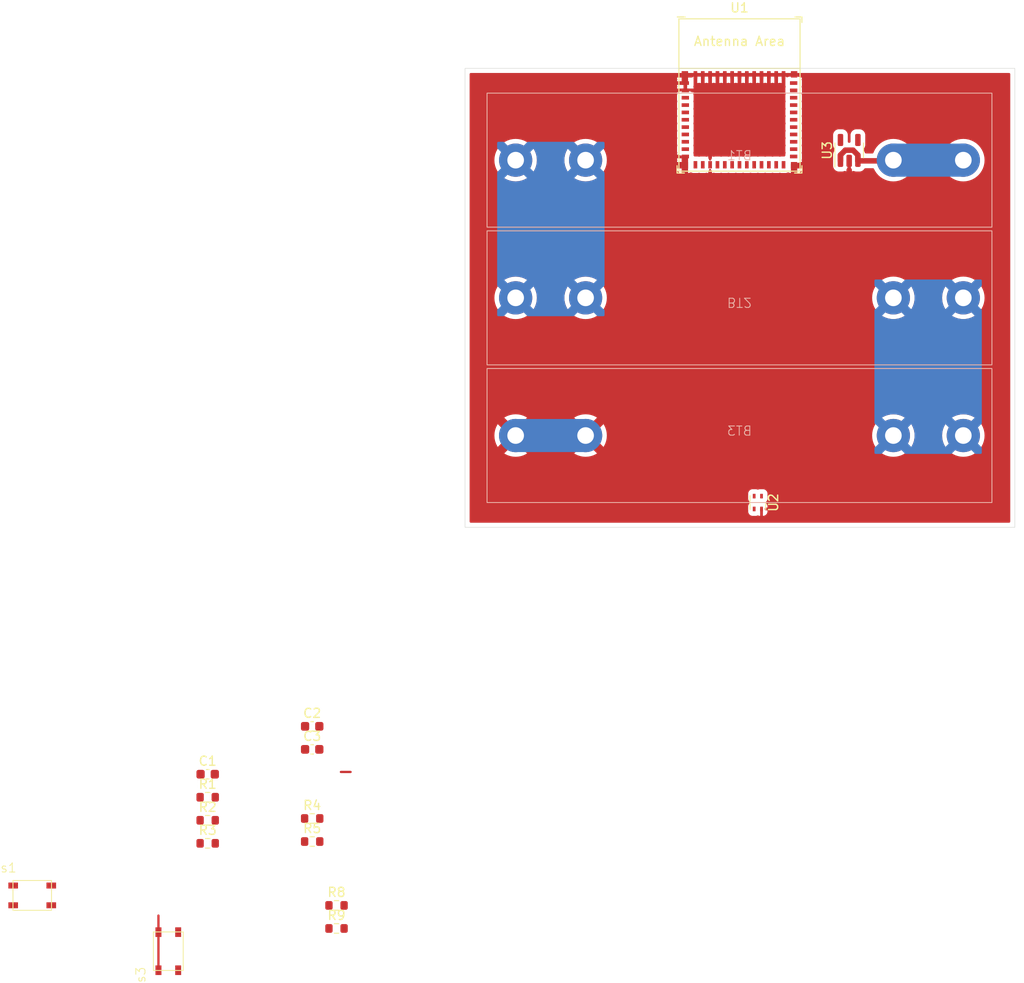
<source format=kicad_pcb>
(kicad_pcb (version 20221018) (generator pcbnew)
  (title_block (title "Home Assitant Temp Sensor") (date "2023-08-28") (rev "A"))
  (layers (0 "F.Cu" signal) (31 "B.Cu" signal) (34 "B.Paste" user) (35 "F.Paste" user) (36 "B.SilkS" user "B.Silkscreen") (37 "F.SilkS" user "F.Silkscreen") (38 "B.Mask" user) (39 "F.Mask" user) (44 "Edge.Cuts" user))
  (net 0 "")
  (net 1 "Net-(U1-EN{slash}CHIP_PU)")
  (net 2 "GND")
  (net 3 "+3V3")
  (net 4 "Net-(U1-GPIO2{slash}ADC1_CH2)")
  (net 5 "Net-(U1-GPIO8)")
  (net 18 "SCL")
  (net 19 "SDA")
  (net 20 "Net-(U1-GPIO9)")
  (net 23 "+3V8")
  (net 24 "Net-(BT1--)")
  (net 33 "Net-(BT2--)")
  (net 34 "Net-(USB-C1-CC2)")
  (net 35 "Net-(USB-C1-CC1)")
  (net 36 "USB_D-")
  (net 37 "USB_D+")
  (footprint "Resistor_SMD:R_0603_1608Metric" (layer "F.Cu") (at 67.749819 111.82)
    (fp_text reference "R4" (at 0 -1.43) (layer "F.SilkS"))
    (fp_text value "5k1")
    (fp_line (start -0.237258 -0.5225) (end 0.237258 -0.5225) (stroke (width 0.12)) (layer "F.SilkS"))
    (fp_line (start -0.237258 0.5225) (end 0.237258 0.5225) (stroke (width 0.12)) (layer "F.SilkS"))
    (pad "1" smd roundrect (at -0.825 0) (size 0.8 0.95) (layers "F.Cu" "F.Paste" "F.Mask") (net 34 "Net-(USB-C1-CC2)"))
    (pad "2" smd roundrect (at 0.825 0) (size 0.8 0.95) (layers "F.Cu" "F.Paste" "F.Mask") (net 2 "GND"))
  )
  (footprint "Capacitor_SMD:C_0603_1608Metric" (layer "F.Cu") (at 67.749819 101.78)
    (fp_text reference "C2" (at 0 -1.43) (layer "F.SilkS"))
    (fp_text value "1u")
    (fp_line (start -0.14058 -0.51) (end 0.14058 -0.51) (stroke (width 0.12)) (layer "F.SilkS"))
    (fp_line (start -0.14058 0.51) (end 0.14058 0.51) (stroke (width 0.12)) (layer "F.SilkS"))
    (pad "1" smd roundrect (at -0.775 0) (size 0.9 0.95) (layers "F.Cu" "F.Paste" "F.Mask") (net 23 "+3V8"))
    (pad "2" smd roundrect (at 0.775 0) (size 0.9 0.95) (layers "F.Cu" "F.Paste" "F.Mask") (net 2 "GND"))
  )
  (footprint "Capacitor_SMD:C_0603_1608Metric" (layer "F.Cu") (at 56.364819 106.995)
    (fp_text reference "C1" (at 0 -1.43) (layer "F.SilkS"))
    (fp_text value "1u")
    (fp_line (start -0.14058 -0.51) (end 0.14058 -0.51) (stroke (width 0.12)) (layer "F.SilkS"))
    (fp_line (start -0.14058 0.51) (end 0.14058 0.51) (stroke (width 0.12)) (layer "F.SilkS"))
    (pad "1" smd roundrect (at -0.775 0) (size 0.9 0.95) (layers "F.Cu" "F.Paste" "F.Mask") (net 1 "Net-(U1-EN{slash}CHIP_PU)"))
    (pad "2" smd roundrect (at 0.775 0) (size 0.9 0.95) (layers "F.Cu" "F.Paste" "F.Mask") (net 2 "GND"))
  )
  (footprint "Resistor_SMD:R_0603_1608Metric" (layer "F.Cu") (at 67.749819 114.33)
    (fp_text reference "R5" (at 0 -1.43) (layer "F.SilkS"))
    (fp_text value "5k1")
    (fp_line (start -0.237258 -0.5225) (end 0.237258 -0.5225) (stroke (width 0.12)) (layer "F.SilkS"))
    (fp_line (start -0.237258 0.5225) (end 0.237258 0.5225) (stroke (width 0.12)) (layer "F.SilkS"))
    (pad "1" smd roundrect (at -0.825 0) (size 0.8 0.95) (layers "F.Cu" "F.Paste" "F.Mask") (net 35 "Net-(USB-C1-CC1)"))
    (pad "2" smd roundrect (at 0.825 0) (size 0.8 0.95) (layers "F.Cu" "F.Paste" "F.Mask") (net 2 "GND"))
  )
  (footprint "Package_TO_SOT_SMD:SOT-23-5" (layer "F.Cu") (at 126.249819 39.0375 90)
    (fp_text reference "U3" (at 0 -2.4 90) (layer "F.SilkS"))
    (fp_text value "MIC5504-3.3YM5")
    (fp_line (start 0 -1.56) (end -1.8 -1.56) (stroke (width 0.12)) (layer "F.SilkS"))
    (fp_line (start 0 -1.56) (end 0.8 -1.56) (stroke (width 0.12)) (layer "F.SilkS"))
    (fp_line (start 0 1.56) (end -0.8 1.56) (stroke (width 0.12)) (layer "F.SilkS"))
    (fp_line (start 0 1.56) (end 0.8 1.56) (stroke (width 0.12)) (layer "F.SilkS"))
    (pad "1" smd roundrect (at -1.1375 -0.95 90) (size 1.325 0.6) (layers "F.Cu" "F.Paste" "F.Mask") (net 23 "+3V8"))
    (pad "2" smd roundrect (at -1.1375 0 90) (size 1.325 0.6) (layers "F.Cu" "F.Paste" "F.Mask") (net 2 "GND"))
    (pad "3" smd roundrect (at -1.1375 0.95 90) (size 1.325 0.6) (layers "F.Cu" "F.Paste" "F.Mask") (net 23 "+3V8"))
    (pad "4" smd roundrect (at 1.1375 0.95 90) (size 1.325 0.6) (layers "F.Cu" "F.Paste" "F.Mask"))
    (pad "5" smd roundrect (at 1.1375 -0.95 90) (size 1.325 0.6) (layers "F.Cu" "F.Paste" "F.Mask") (net 3 "+3V3"))
  )
  (footprint "Resistor_SMD:R_0603_1608Metric" (layer "F.Cu") (at 56.364819 112.015)
    (fp_text reference "R2" (at 0 -1.43) (layer "F.SilkS"))
    (fp_text value "10k")
    (fp_line (start -0.237258 -0.5225) (end 0.237258 -0.5225) (stroke (width 0.12)) (layer "F.SilkS"))
    (fp_line (start -0.237258 0.5225) (end 0.237258 0.5225) (stroke (width 0.12)) (layer "F.SilkS"))
    (pad "1" smd roundrect (at -0.825 0) (size 0.8 0.95) (layers "F.Cu" "F.Paste" "F.Mask") (net 4 "Net-(U1-GPIO2{slash}ADC1_CH2)"))
    (pad "2" smd roundrect (at 0.825 0) (size 0.8 0.95) (layers "F.Cu" "F.Paste" "F.Mask") (net 3 "+3V3"))
  )
  (footprint "T&H:TS-1070A-B3D2" (layer "F.Cu") (at 52.074819 126.275 90)
    (fp_text reference "s3" (at -2.58 -3 90 unlocked) (layer "F.SilkS") (effects (font (thickness 0.1))))
    (fp_text value "TS-1070A" hide)
    (fp_rect (start -2.1 1.625) (end 2.1 -1.625) (stroke (width 0.1)) (fill none) (layer "F.SilkS"))
    (pad "P1" smd rect (at 2.075 -1.075 90) (size 1.05 0.65) (layers "F.Cu" "F.Paste" "F.Mask") (net 20 "Net-(U1-GPIO9)"))
    (pad "P2" smd rect (at -2.075 -1.075 90) (size 1.05 0.65) (layers "F.Cu" "F.Paste" "F.Mask") (net 20 "Net-(U1-GPIO9)"))
    (pad "P3" smd rect (at 2.075 1.075 90) (size 1.05 0.65) (layers "F.Cu" "F.Paste" "F.Mask") (net 2 "GND"))
    (pad "P4" smd rect (at -2.075 1.075 90) (size 1.05 0.65) (layers "F.Cu" "F.Paste" "F.Mask") (net 2 "GND"))
  )
  (footprint "Capacitor_SMD:C_0603_1608Metric" (layer "F.Cu") (at 67.749819 104.29)
    (fp_text reference "C3" (at 0 -1.43) (layer "F.SilkS"))
    (fp_text value "1u")
    (fp_line (start -0.14058 -0.51) (end 0.14058 -0.51) (stroke (width 0.12)) (layer "F.SilkS"))
    (fp_line (start -0.14058 0.51) (end 0.14058 0.51) (stroke (width 0.12)) (layer "F.SilkS"))
    (pad "1" smd roundrect (at -0.775 0) (size 0.9 0.95) (layers "F.Cu" "F.Paste" "F.Mask") (net 3 "+3V3"))
    (pad "2" smd roundrect (at 0.775 0) (size 0.9 0.95) (layers "F.Cu" "F.Paste" "F.Mask") (net 2 "GND"))
  )
  (footprint "Resistor_SMD:R_0603_1608Metric" (layer "F.Cu") (at 56.364819 114.525)
    (fp_text reference "R3" (at 0 -1.43) (layer "F.SilkS"))
    (fp_text value "10k")
    (fp_line (start -0.237258 -0.5225) (end 0.237258 -0.5225) (stroke (width 0.12)) (layer "F.SilkS"))
    (fp_line (start -0.237258 0.5225) (end 0.237258 0.5225) (stroke (width 0.12)) (layer "F.SilkS"))
    (pad "1" smd roundrect (at -0.825 0) (size 0.8 0.95) (layers "F.Cu" "F.Paste" "F.Mask") (net 3 "+3V3"))
    (pad "2" smd roundrect (at 0.825 0) (size 0.8 0.95) (layers "F.Cu" "F.Paste" "F.Mask") (net 5 "Net-(U1-GPIO8)"))
  )
  (footprint "T&H:TS-1070A-B3D2" (layer "F.Cu") (at 37.249819 120.2)
    (fp_text reference "s1" (at -2.58 -3 unlocked) (layer "F.SilkS") (effects (font (thickness 0.1))))
    (fp_text value "TS-1070A" hide)
    (fp_rect (start -2.1 1.625) (end 2.1 -1.625) (stroke (width 0.1)) (fill none) (layer "F.SilkS"))
    (pad "P1" smd rect (at 2.075 -1.075) (size 1.05 0.65) (layers "F.Cu" "F.Paste" "F.Mask") (net 1 "Net-(U1-EN{slash}CHIP_PU)"))
    (pad "P2" smd rect (at -2.075 -1.075) (size 1.05 0.65) (layers "F.Cu" "F.Paste" "F.Mask") (net 1 "Net-(U1-EN{slash}CHIP_PU)"))
    (pad "P3" smd rect (at 2.075 1.075) (size 1.05 0.65) (layers "F.Cu" "F.Paste" "F.Mask") (net 2 "GND"))
    (pad "P4" smd rect (at -2.075 1.075) (size 1.05 0.65) (layers "F.Cu" "F.Paste" "F.Mask") (net 2 "GND"))
  )
  (footprint "Sensor_Humidity:Sensirion_DFN-4_1.5x1.5mm_P0.8mm_SHT4x_NoCentralPad" (layer "F.Cu") (at 116.299819 77.4 -90)
    (fp_text reference "U2" (at 0 -1.7 90) (layer "F.SilkS"))
    (fp_text value "SHT4x")
    (fp_line (start -0.75 0.86) (end 0.75 0.86) (stroke (width 0.12)) (layer "F.SilkS"))
    (fp_line (start 0 -0.86) (end 0.75 -0.86) (stroke (width 0.12)) (layer "F.SilkS"))
    (pad "1" smd rect (at -0.7 -0.4 270) (size 0.5 0.3) (layers "F.Cu" "F.Paste" "F.Mask") (net 19 "SDA"))
    (pad "2" smd rect (at -0.7 0.4 270) (size 0.5 0.3) (layers "F.Cu" "F.Paste" "F.Mask") (net 18 "SCL"))
    (pad "3" smd rect (at 0.7 0.4 270) (size 0.5 0.3) (layers "F.Cu" "F.Paste" "F.Mask") (net 3 "+3V3"))
    (pad "4" smd rect (at 0.7 -0.4 270) (size 0.5 0.3) (layers "F.Cu" "F.Paste" "F.Mask") (net 2 "GND"))
    (zone (net 0) (net_name "") (layer "F.Cu") (connect_pads (clearance 0)) (min_thickness 0.254)
      (keepout (tracks not_allowed) (vias not_allowed) (pads allowed) (copperpour not_allowed) (footprints allowed))
      (fill (thermal_gap 0.508) (thermal_bridge_width 0.508))
      (polygon (pts (xy 116.849819 78.15) (xy 116.849819 77.85) (xy 116.549819 77.85) (xy 116.549819 78.15) (xy 116.049819 78.15) (xy 116.049819 77.85) (xy 115.749819 77.85) (xy 115.749819 78.15) (xy 115.549819 78.15) (xy 115.549819 76.65) (xy 115.749819 76.65) (xy 115.749819 76.95) (xy 116.049819 76.95) (xy 116.049819 76.65) (xy 116.549819 76.65) (xy 116.549819 76.95) (xy 116.849819 76.95) (xy 116.849819 76.65) (xy 117.049819 76.65) (xy 117.049819 78.15)))
    )
  )
  (footprint "Resistor_SMD:R_0603_1608Metric" (layer "F.Cu") (at 70.399819 121.29)
    (fp_text reference "R8" (at 0 -1.43) (layer "F.SilkS"))
    (fp_text value "10k")
    (fp_line (start -0.237258 -0.5225) (end 0.237258 -0.5225) (stroke (width 0.12)) (layer "F.SilkS"))
    (fp_line (start -0.237258 0.5225) (end 0.237258 0.5225) (stroke (width 0.12)) (layer "F.SilkS"))
    (pad "1" smd roundrect (at -0.825 0) (size 0.8 0.95) (layers "F.Cu" "F.Paste" "F.Mask") (net 18 "SCL"))
    (pad "2" smd roundrect (at 0.825 0) (size 0.8 0.95) (layers "F.Cu" "F.Paste" "F.Mask") (net 3 "+3V3"))
  )
  (footprint "Resistor_SMD:R_0603_1608Metric" (layer "F.Cu") (at 56.364819 109.505)
    (fp_text reference "R1" (at 0 -1.43) (layer "F.SilkS"))
    (fp_text value "10k")
    (fp_line (start -0.237258 -0.5225) (end 0.237258 -0.5225) (stroke (width 0.12)) (layer "F.SilkS"))
    (fp_line (start -0.237258 0.5225) (end 0.237258 0.5225) (stroke (width 0.12)) (layer "F.SilkS"))
    (pad "1" smd roundrect (at -0.825 0) (size 0.8 0.95) (layers "F.Cu" "F.Paste" "F.Mask") (net 3 "+3V3"))
    (pad "2" smd roundrect (at 0.825 0) (size 0.8 0.95) (layers "F.Cu" "F.Paste" "F.Mask") (net 1 "Net-(U1-EN{slash}CHIP_PU)"))
  )
  (footprint "PCM_Espressif:ESP32-C3-MINI-1" (layer "F.Cu") (at 114.299819 33)
    (fp_text reference "U1" (at 0 -9.5) (layer "F.SilkS"))
    (fp_text value "ESP32-C3-MINI-1")
    (fp_text user "Antenna Area" (at 0 -5.85) (layer "F.SilkS"))
    (fp_line (start -6.8 7.7) (end -6.8 8.5) (stroke (width 0.12)) (layer "F.SilkS"))
    (fp_line (start -6.8 8.5) (end -6 8.5) (stroke (width 0.12)) (layer "F.SilkS"))
    (fp_line (start -6.6 -8.3) (end 6.6 -8.3) (stroke (width 0.12)) (layer "F.SilkS"))
    (fp_line (start -6.6 -2.9) (end 6.6 -2.9) (stroke (width 0.12)) (layer "F.SilkS"))
    (fp_line (start -6.6 8.3) (end -6.6 -8.3) (stroke (width 0.12)) (layer "F.SilkS"))
    (fp_line (start -5.925 -8.5) (end -6.775 -8.5) (stroke (width 0.12)) (layer "F.SilkS"))
    (fp_line (start 6.05 -8.5) (end 6.8 -8.5) (stroke (width 0.12)) (layer "F.SilkS"))
    (fp_line (start 6.6 -8.3) (end 6.6 8.3) (stroke (width 0.12)) (layer "F.SilkS"))
    (fp_line (start 6.6 8.3) (end -6.6 8.3) (stroke (width 0.12)) (layer "F.SilkS"))
    (fp_line (start 6.8 -8.5) (end 6.8 -7.9) (stroke (width 0.12)) (layer "F.SilkS"))
    (fp_line (start 6.8 7.7) (end 6.8 8.5) (stroke (width 0.12)) (layer "F.SilkS"))
    (fp_line (start 6.8 8.5) (end 6 8.5) (stroke (width 0.12)) (layer "F.SilkS"))
    (pad "1" smd rect (at -5.9 -1.3 90) (size 0.4 0.8) (layers "F.Cu" "F.Paste" "F.Mask") (net 2 "GND"))
    (pad "2" smd rect (at -5.9 -0.5 90) (size 0.4 0.8) (layers "F.Cu" "F.Paste" "F.Mask") (net 2 "GND"))
    (pad "3" smd rect (at -5.9 0.3 90) (size 0.4 0.8) (layers "F.Cu" "F.Paste" "F.Mask") (net 3 "+3V3"))
    (pad "4" smd rect (at -5.9 1.1 90) (size 0.4 0.8) (layers "F.Cu" "F.Paste" "F.Mask"))
    (pad "5" smd rect (at -5.9 1.9 90) (size 0.4 0.8) (layers "F.Cu" "F.Paste" "F.Mask") (net 4 "Net-(U1-GPIO2{slash}ADC1_CH2)"))
    (pad "6" smd rect (at -5.9 2.7 90) (size 0.4 0.8) (layers "F.Cu" "F.Paste" "F.Mask"))
    (pad "7" smd rect (at -5.9 3.5 90) (size 0.4 0.8) (layers "F.Cu" "F.Paste" "F.Mask"))
    (pad "8" smd rect (at -5.9 4.3 90) (size 0.4 0.8) (layers "F.Cu" "F.Paste" "F.Mask") (net 1 "Net-(U1-EN{slash}CHIP_PU)"))
    (pad "9" smd rect (at -5.9 5.1 90) (size 0.4 0.8) (layers "F.Cu" "F.Paste" "F.Mask"))
    (pad "10" smd rect (at -5.9 5.9 90) (size 0.4 0.8) (layers "F.Cu" "F.Paste" "F.Mask"))
    (pad "11" smd rect (at -5.9 6.7 90) (size 0.4 0.8) (layers "F.Cu" "F.Paste" "F.Mask") (net 2 "GND"))
    (pad "12" smd rect (at -4.8 7.6) (size 0.4 0.8) (layers "F.Cu" "F.Paste" "F.Mask"))
    (pad "13" smd rect (at -4 7.6) (size 0.4 0.8) (layers "F.Cu" "F.Paste" "F.Mask"))
    (pad "14" smd rect (at -3.2 7.6) (size 0.4 0.8) (layers "F.Cu" "F.Paste" "F.Mask") (net 2 "GND"))
    (pad "15" smd rect (at -2.4 7.6) (size 0.4 0.8) (layers "F.Cu" "F.Paste" "F.Mask"))
    (pad "16" smd rect (at -1.6 7.6) (size 0.4 0.8) (layers "F.Cu" "F.Paste" "F.Mask"))
    (pad "17" smd rect (at -0.8 7.6) (size 0.4 0.8) (layers "F.Cu" "F.Paste" "F.Mask"))
    (pad "18" smd rect (at 0 7.6) (size 0.4 0.8) (layers "F.Cu" "F.Paste" "F.Mask"))
    (pad "19" smd rect (at 0.8 7.6) (size 0.4 0.8) (layers "F.Cu" "F.Paste" "F.Mask"))
    (pad "20" smd rect (at 1.6 7.6) (size 0.4 0.8) (layers "F.Cu" "F.Paste" "F.Mask") (net 18 "SCL"))
    (pad "21" smd rect (at 2.4 7.6) (size 0.4 0.8) (layers "F.Cu" "F.Paste" "F.Mask") (net 19 "SDA"))
    (pad "22" smd rect (at 3.2 7.6) (size 0.4 0.8) (layers "F.Cu" "F.Paste" "F.Mask") (net 5 "Net-(U1-GPIO8)"))
    (pad "23" smd rect (at 4 7.6) (size 0.4 0.8) (layers "F.Cu" "F.Paste" "F.Mask") (net 20 "Net-(U1-GPIO9)"))
    (pad "24" smd rect (at 4.8 7.6) (size 0.4 0.8) (layers "F.Cu" "F.Paste" "F.Mask"))
    (pad "25" smd rect (at 5.9 6.7 90) (size 0.4 0.8) (layers "F.Cu" "F.Paste" "F.Mask"))
    (pad "26" smd rect (at 5.9 5.9 90) (size 0.4 0.8) (layers "F.Cu" "F.Paste" "F.Mask") (net 36 "USB_D-"))
    (pad "27" smd rect (at 5.9 5.1 90) (size 0.4 0.8) (layers "F.Cu" "F.Paste" "F.Mask") (net 37 "USB_D+"))
    (pad "28" smd rect (at 5.9 4.3 90) (size 0.4 0.8) (layers "F.Cu" "F.Paste" "F.Mask"))
    (pad "29" smd rect (at 5.9 3.5 90) (size 0.4 0.8) (layers "F.Cu" "F.Paste" "F.Mask"))
    (pad "30" smd rect (at 5.9 2.7 90) (size 0.4 0.8) (layers "F.Cu" "F.Paste" "F.Mask"))
    (pad "31" smd rect (at 5.9 1.9 90) (size 0.4 0.8) (layers "F.Cu" "F.Paste" "F.Mask"))
    (pad "32" smd rect (at 5.9 1.1 90) (size 0.4 0.8) (layers "F.Cu" "F.Paste" "F.Mask"))
    (pad "33" smd rect (at 5.9 0.3 90) (size 0.4 0.8) (layers "F.Cu" "F.Paste" "F.Mask"))
    (pad "34" smd rect (at 5.9 -0.5 90) (size 0.4 0.8) (layers "F.Cu" "F.Paste" "F.Mask"))
    (pad "35" smd rect (at 5.9 -1.3 90) (size 0.4 0.8) (layers "F.Cu" "F.Paste" "F.Mask"))
    (pad "36" smd rect (at 4.8 -2.2) (size 0.4 0.8) (layers "F.Cu" "F.Paste" "F.Mask") (net 2 "GND"))
    (pad "37" smd rect (at 4 -2.2) (size 0.4 0.8) (layers "F.Cu" "F.Paste" "F.Mask") (net 2 "GND"))
    (pad "38" smd rect (at 3.2 -2.2) (size 0.4 0.8) (layers "F.Cu" "F.Paste" "F.Mask") (net 2 "GND"))
    (pad "39" smd rect (at 2.4 -2.2) (size 0.4 0.8) (layers "F.Cu" "F.Paste" "F.Mask") (net 2 "GND"))
    (pad "40" smd rect (at 1.6 -2.2) (size 0.4 0.8) (layers "F.Cu" "F.Paste" "F.Mask") (net 2 "GND"))
    (pad "41" smd rect (at 0.8 -2.2) (size 0.4 0.8) (layers "F.Cu" "F.Paste" "F.Mask") (net 2 "GND"))
    (pad "42" smd rect (at 0 -2.2) (size 0.4 0.8) (layers "F.Cu" "F.Paste" "F.Mask") (net 2 "GND"))
    (pad "43" smd rect (at -0.8 -2.2) (size 0.4 0.8) (layers "F.Cu" "F.Paste" "F.Mask") (net 2 "GND"))
    (pad "44" smd rect (at -1.6 -2.2) (size 0.4 0.8) (layers "F.Cu" "F.Paste" "F.Mask") (net 2 "GND"))
    (pad "45" smd rect (at -2.4 -2.2) (size 0.4 0.8) (layers "F.Cu" "F.Paste" "F.Mask") (net 2 "GND"))
    (pad "46" smd rect (at -3.2 -2.2) (size 0.4 0.8) (layers "F.Cu" "F.Paste" "F.Mask") (net 2 "GND"))
    (pad "47" smd rect (at -4 -2.2) (size 0.4 0.8) (layers "F.Cu" "F.Paste" "F.Mask") (net 2 "GND"))
    (pad "48" smd rect (at -4.8 -2.2) (size 0.4 0.8) (layers "F.Cu" "F.Paste" "F.Mask") (net 2 "GND"))
    (pad "49" smd custom (at -1.975 0.725) (size 0.8 0.8) (layers "F.Cu" "F.Paste" "F.Mask") (net 2 "GND") (options (clearance outline) (anchor rect)) (primitives (gr_poly (pts (xy 0.725 0.725) (xy -0.725 0.725) (xy -0.725 -0.125) (xy -0.125 -0.725) (xy 0.725 -0.725)) (width 0) (fill yes))))
    (pad "49" smd rect (at -1.975 2.7 90) (size 1.45 1.45) (layers "F.Cu" "F.Paste" "F.Mask") (net 2 "GND"))
    (pad "49" smd rect (at -1.975 4.675 90) (size 1.45 1.45) (layers "F.Cu" "F.Paste" "F.Mask") (net 2 "GND"))
    (pad "49" smd rect (at 0 0.725 90) (size 1.45 1.45) (layers "F.Cu" "F.Paste" "F.Mask") (net 2 "GND"))
    (pad "49" smd rect (at 0 2.7 90) (size 1.45 1.45) (layers "F.Cu" "F.Paste" "F.Mask") (net 2 "GND"))
    (pad "49" smd rect (at 0 4.675 90) (size 1.45 1.45) (layers "F.Cu" "F.Paste" "F.Mask") (net 2 "GND"))
    (pad "49" smd rect (at 1.975 0.725 90) (size 1.45 1.45) (layers "F.Cu" "F.Paste" "F.Mask") (net 2 "GND"))
    (pad "49" smd rect (at 1.975 2.7 90) (size 1.45 1.45) (layers "F.Cu" "F.Paste" "F.Mask") (net 2 "GND"))
    (pad "49" smd rect (at 1.975 4.675 90) (size 1.45 1.45) (layers "F.Cu" "F.Paste" "F.Mask") (net 2 "GND"))
    (pad "50" smd rect (at 5.95 -2.25 90) (size 0.7 0.7) (layers "F.Cu" "F.Paste" "F.Mask") (net 2 "GND"))
    (pad "51" smd rect (at 5.95 7.65 90) (size 0.7 0.7) (layers "F.Cu" "F.Paste" "F.Mask") (net 2 "GND"))
    (pad "52" smd rect (at -5.95 7.65 90) (size 0.7 0.7) (layers "F.Cu" "F.Paste" "F.Mask") (net 2 "GND"))
    (pad "53" smd rect (at -5.95 -2.25 90) (size 0.7 0.7) (layers "F.Cu" "F.Paste" "F.Mask") (net 2 "GND"))
    (zone (net 0) (net_name "") (layers "*.Cu") (name "antenna keepout") (connect_pads (clearance 0)) (min_thickness 0.254)
      (keepout (tracks not_allowed) (vias not_allowed) (pads not_allowed) (copperpour not_allowed) (footprints not_allowed))
      (fill (thermal_gap 0.508) (thermal_bridge_width 0.508))
      (polygon (pts (xy 120.899819 30.1) (xy 107.699819 30.1) (xy 107.699819 24.7) (xy 120.899819 24.7)))
    )
  )
  (footprint "Resistor_SMD:R_0603_1608Metric" (layer "F.Cu") (at 70.399819 123.8)
    (fp_text reference "R9" (at 0 -1.43) (layer "F.SilkS"))
    (fp_text value "10k")
    (fp_line (start -0.237258 -0.5225) (end 0.237258 -0.5225) (stroke (width 0.12)) (layer "F.SilkS"))
    (fp_line (start -0.237258 0.5225) (end 0.237258 0.5225) (stroke (width 0.12)) (layer "F.SilkS"))
    (pad "1" smd roundrect (at -0.825 0) (size 0.8 0.95) (layers "F.Cu" "F.Paste" "F.Mask") (net 19 "SDA"))
    (pad "2" smd roundrect (at 0.825 0) (size 0.8 0.95) (layers "F.Cu" "F.Paste" "F.Mask") (net 3 "+3V3"))
  )
  (footprint "T&H:Keystone 92" (layer "B.Cu") (at 114.299819 55.1)
    (fp_text reference "BT2" (at 0 0.5 180 unlocked) (layer "B.SilkS") (effects (font (thickness 0.1)) (justify mirror)))
    (fp_text value "Battery_Cell")
    (fp_rect (start -27.5 -7.3) (end 27.5 7.3) (stroke (width 0.1)) (fill none) (layer "B.SilkS"))
    (pad "1" thru_hole circle (at -24.385 0) (size 3.62 3.62) (drill 1.81) (layers "*.Cu" "*.Mask") (net 24 "Net-(BT1--)"))
    (pad "1" thru_hole circle (at -16.765 0) (size 3.62 3.62) (drill 1.81) (layers "*.Cu" "*.Mask") (net 24 "Net-(BT1--)"))
    (pad "2" thru_hole circle (at 16.765 0) (size 3.62 3.62) (drill 1.81) (layers "*.Cu" "*.Mask") (net 33 "Net-(BT2--)"))
    (pad "2" thru_hole circle (at 24.385 0) (size 3.62 3.62) (drill 1.81) (layers "*.Cu" "*.Mask") (net 33 "Net-(BT2--)"))
  )
  (footprint "T&H:Keystone 92" (layer "B.Cu") (at 114.299819 70.1 180)
    (fp_text reference "BT3" (at 0 0.5 unlocked) (layer "B.SilkS") (effects (font (thickness 0.1)) (justify mirror)))
    (fp_text value "Battery_Cell")
    (fp_rect (start -27.5 -7.3) (end 27.5 7.3) (stroke (width 0.1)) (fill none) (layer "B.SilkS"))
    (pad "1" thru_hole circle (at -24.385 0 180) (size 3.62 3.62) (drill 1.81) (layers "*.Cu" "*.Mask") (net 33 "Net-(BT2--)"))
    (pad "1" thru_hole circle (at -16.765 0 180) (size 3.62 3.62) (drill 1.81) (layers "*.Cu" "*.Mask") (net 33 "Net-(BT2--)"))
    (pad "2" thru_hole circle (at 16.765 0 180) (size 3.62 3.62) (drill 1.81) (layers "*.Cu" "*.Mask") (net 2 "GND"))
    (pad "2" thru_hole circle (at 24.385 0 180) (size 3.62 3.62) (drill 1.81) (layers "*.Cu" "*.Mask") (net 2 "GND"))
  )
  (footprint "T&H:Keystone 92" (layer "B.Cu") (at 114.299819 40.1 180)
    (fp_text reference "BT1" (at 0 0.5 unlocked) (layer "B.SilkS") (effects (font (thickness 0.1)) (justify mirror)))
    (fp_text value "Battery_Cell")
    (fp_rect (start -27.5 -7.3) (end 27.5 7.3) (stroke (width 0.1)) (fill none) (layer "B.SilkS"))
    (pad "1" thru_hole circle (at -24.385 0 180) (size 3.62 3.62) (drill 1.81) (layers "*.Cu" "*.Mask") (net 23 "+3V8"))
    (pad "1" thru_hole circle (at -16.765 0 180) (size 3.62 3.62) (drill 1.81) (layers "*.Cu" "*.Mask") (net 23 "+3V8"))
    (pad "2" thru_hole circle (at 16.765 0 180) (size 3.62 3.62) (drill 1.81) (layers "*.Cu" "*.Mask") (net 24 "Net-(BT1--)"))
    (pad "2" thru_hole circle (at 24.385 0 180) (size 3.62 3.62) (drill 1.81) (layers "*.Cu" "*.Mask") (net 24 "Net-(BT1--)"))
  )
  (gr_rect (start 84.399819 30.1) (end 144.299819 80.1) (stroke (width 0.05)) (fill none) (layer "Edge.Cuts"))
  (segment (start 70.879819 106.75) (end 71.929819 106.75) (width 0.25) (layer "F.Cu") (net 2))
  (segment (start 97.534819 70.1) (end 89.914819 70.1) (width 3.6) (layer "B.Cu") (net 2))
  (segment (start 50.999819 122.4) (end 50.999819 124.2) (width 0.25) (layer "F.Cu") (net 20))
  (segment (start 50.999819 124.2) (end 50.999819 128.35) (width 0.25) (layer "F.Cu") (net 20))
  (segment (start 126.669059 39.0125) (end 125.830579 39.0125) (width 0.6) (layer "F.Cu") (net 23))
  (segment (start 125.299819 39.54326) (end 125.299819 40.175) (width 0.6) (layer "F.Cu") (net 23))
  (segment (start 127.199819 40.175) (end 130.989819 40.175) (width 0.6) (layer "F.Cu") (net 23))
  (segment (start 130.989819 40.175) (end 131.064819 40.1) (width 0.25) (layer "F.Cu") (net 23))
  (segment (start 127.199819 40.175) (end 127.199819 39.54326) (width 0.6) (layer "F.Cu") (net 23))
  (segment (start 125.830579 39.0125) (end 125.299819 39.54326) (width 0.6) (layer "F.Cu") (net 23))
  (segment (start 127.199819 39.54326) (end 126.669059 39.0125) (width 0.6) (layer "F.Cu") (net 23))
  (segment (start 131.064819 40.1) (end 138.684819 40.1) (width 3.6) (layer "B.Cu") (net 23))
  (zone (net 2) (net_name "GND") (layer "F.Cu") (priority 1) (connect_pads (clearance 0.5)) (min_thickness 0.25) (fill yes (thermal_gap 0.5) (thermal_bridge_width 1))
    (polygon (pts (xy 83.299819 29.1) (xy 145.299819 29.1) (xy 145.299819 81.1) (xy 83.299819 81.1)))
  )
  (zone (net 24) (net_name "Net-(BT1--)") (layer "B.Cu") (connect_pads (clearance 0.5)) (min_thickness 0.25) (fill yes (thermal_gap 0.5) (thermal_bridge_width 1))
    (polygon (pts (xy 87.899819 38.1) (xy 99.599819 38.1) (xy 99.599819 57.1) (xy 87.899819 57.1)))
  )
  (zone (net 33) (net_name "Net-(BT2--)") (layer "B.Cu") (connect_pads (clearance 0.5)) (min_thickness 0.25) (fill yes (thermal_gap 0.5) (thermal_bridge_width 1))
    (polygon (pts (xy 128.999819 53.1) (xy 140.699819 53.1) (xy 140.699819 72.1) (xy 128.999819 72.1)))
  )
)
</source>
